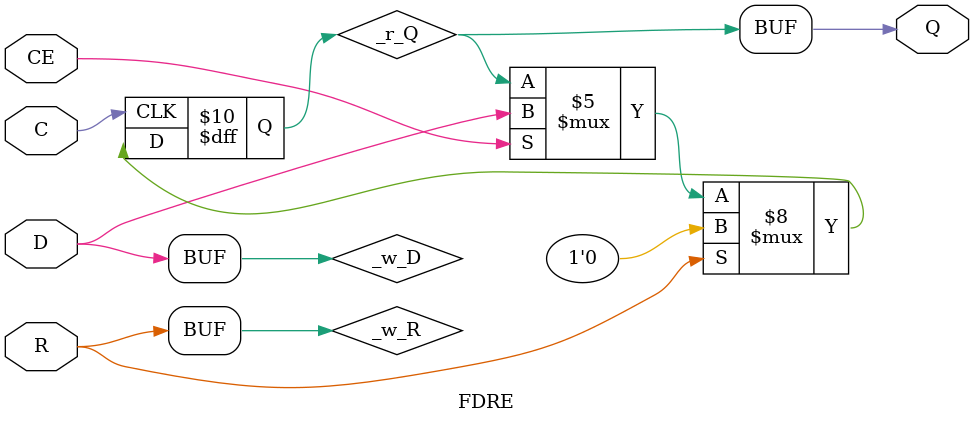
<source format=v>
`ifdef verilator3
`else
`timescale 1 ps / 1 ps
`endif

/* verilator coverage_off */
module FDRE
#(
    parameter [0:0] IS_C_INVERTED = 1'b0,
    parameter [0:0] IS_D_INVERTED = 1'b0,
    parameter [0:0] IS_R_INVERTED = 1'b0,
    parameter [0:0] INIT          = 1'b0
)
(
    // Clock
    input  wire C,
    // Clock enable
    input  wire CE,
    // Synchronous reset
    input  wire R,
    // Data in
    input  wire D,
    // Data out
`ifdef FAST_IQ
    output wire Q
`else
    output wire Q /* verilator public_flat_rd */
`endif
);
`ifdef SCOPE_IQ
    localparam cell_kind /* verilator public_flat_rd */ = 0;
`endif
    reg _r_Q;

    wire _w_D = D ^ IS_D_INVERTED;
    wire _w_R = R ^ IS_R_INVERTED;
    
    initial begin : INIT_STATE
        _r_Q = INIT[0];
    end

    generate
        if (IS_C_INVERTED) begin : GEN_CLK_NEG
            always @(negedge C) begin
            
                if (_w_R) begin
                    _r_Q <= 1'b0;
                end
                else if (CE) begin
                    _r_Q <= _w_D;
                end
            end
        end
        else begin : GEN_CLK_POS
            always @(posedge C) begin
            
                if (_w_R) begin
                    _r_Q <= 1'b0;
                end
                else if (CE) begin
                    _r_Q <= _w_D;
                end
            end
        end
    endgenerate
    
`ifdef FAST_IQ
    reg Q_f /* verilator public_flat_rw */ = 1'b0;
    reg Q_v /* verilator public_flat_rw */ = 1'b0;
    assign Q = Q_f ? Q_v : _r_Q;
`else
    assign Q = _r_Q;
`endif

endmodule
/* verilator coverage_on */

</source>
